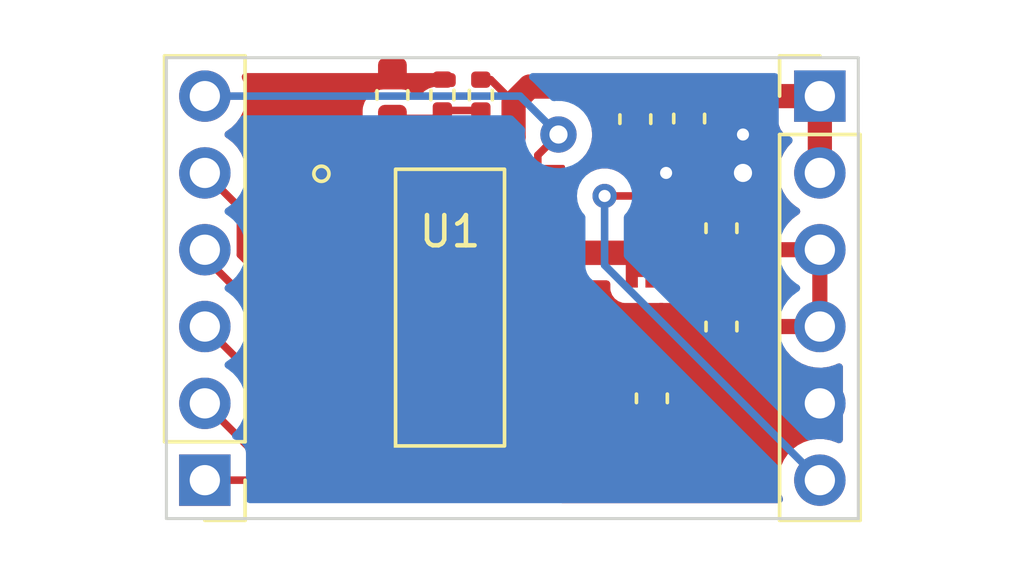
<source format=kicad_pcb>
(kicad_pcb (version 20211014) (generator pcbnew)
  (layers (0 "F.Cu" signal) (31 "B.Cu" signal) (34 "B.Paste" user) (35 "F.Paste" user) (36 "B.SilkS" user "B.Silkscreen") (37 "F.SilkS" user "F.Silkscreen") (38 "B.Mask" user) (39 "F.Mask" user) (44 "Edge.Cuts" user))
  (net 0 "")
  (net 1 "/SHTDWN")
  (net 2 "/GND")
  (net 3 "/VIN")
  (net 4 "/CT")
  (net 5 "/V_OUT")
  (net 6 "/B3")
  (net 7 "/B2")
  (net 8 "/B1")
  (net 9 "/B0")
  (net 10 "/IMAX")
  (net 11 "/V_TO_FET")
  (net 12 "/FAULT")
  (net 13 "/EN_FET")
  (footprint "Resistor_SMD:R_0402_1005Metric" (layer "F.Cu") (at 115.7986 109.1862 90)
    (fp_text reference "R2")
    (fp_text value "R_Small")
    (fp_line (start -0.153641 0.38) (end 0.153641 0.38) (layer "F.SilkS") (width 0.12))
    (fp_line (start -0.153641 -0.38) (end 0.153641 -0.38) (layer "F.SilkS") (width 0.12))
    (pad "1" smd roundrect locked (at -0.51 0 90) (size 0.54 0.64) (layers "F.Cu" "F.Paste" "F.Mask") (net 1 "/SHTDWN"))
    (pad "2" smd roundrect locked (at 0.51 0 90) (size 0.54 0.64) (layers "F.Cu" "F.Paste" "F.Mask") (net 3 "/VIN"))
  )
  (footprint "Capacitor_SMD:C_0603_1608Metric" (layer "F.Cu") (at 121.4504 119.2146 90)
    (fp_text reference "C3")
    (fp_text value "C_Small")
    (fp_line (start -0.14058 -0.51) (end 0.14058 -0.51) (layer "F.SilkS") (width 0.12))
    (fp_line (start -0.14058 0.51) (end 0.14058 0.51) (layer "F.SilkS") (width 0.12))
    (pad "1" smd roundrect locked (at -0.775 0 90) (size 0.9 0.95) (layers "F.Cu" "F.Paste" "F.Mask") (net 4 "/CT"))
    (pad "2" smd roundrect locked (at 0.775 0 90) (size 0.9 0.95) (layers "F.Cu" "F.Paste" "F.Mask") (net 2 "/GND"))
  )
  (footprint "Capacitor_SMD:C_0603_1608Metric" (layer "F.Cu") (at 112.8776 109.1822 90)
    (fp_text reference "C1")
    (fp_text value "C_Small")
    (fp_line (start -0.14058 -0.51) (end 0.14058 -0.51) (layer "F.SilkS") (width 0.12))
    (fp_line (start -0.14058 0.51) (end 0.14058 0.51) (layer "F.SilkS") (width 0.12))
    (pad "1" smd roundrect locked (at -0.775 0 90) (size 0.9 0.95) (layers "F.Cu" "F.Paste" "F.Mask") (net 1 "/SHTDWN"))
    (pad "2" smd roundrect locked (at 0.775 0 90) (size 0.9 0.95) (layers "F.Cu" "F.Paste" "F.Mask") (net 2 "/GND"))
  )
  (footprint "Connector_PinHeader_2.54mm:PinHeader_1x06_P2.54mm_Vertical" (layer "F.Cu") (at 127 109.22)
    (fp_text reference "J2")
    (fp_text value "Conn_01x06_Male")
    (fp_line (start -1.33 14.03) (end 1.33 14.03) (layer "F.SilkS") (width 0.12))
    (fp_line (start 1.33 1.27) (end 1.33 14.03) (layer "F.SilkS") (width 0.12))
    (fp_line (start -1.33 1.27) (end -1.33 14.03) (layer "F.SilkS") (width 0.12))
    (fp_line (start -1.33 -1.33) (end 0 -1.33) (layer "F.SilkS") (width 0.12))
    (fp_line (start -1.33 0) (end -1.33 -1.33) (layer "F.SilkS") (width 0.12))
    (fp_line (start -1.33 1.27) (end 1.33 1.27) (layer "F.SilkS") (width 0.12))
    (pad "1" thru_hole rect locked (at 0 0) (size 1.7 1.7) (drill 1) (layers *.Cu *.Mask) (net 3 "/VIN"))
    (pad "2" thru_hole oval locked (at 0 2.54) (size 1.7 1.7) (drill 1) (layers *.Cu *.Mask) (net 3 "/VIN"))
    (pad "3" thru_hole oval locked (at 0 5.08) (size 1.7 1.7) (drill 1) (layers *.Cu *.Mask) (net 5 "/V_OUT"))
    (pad "4" thru_hole oval locked (at 0 7.62) (size 1.7 1.7) (drill 1) (layers *.Cu *.Mask) (net 5 "/V_OUT"))
    (pad "5" thru_hole oval locked (at 0 10.16) (size 1.7 1.7) (drill 1) (layers *.Cu *.Mask) (net 2 "/GND"))
    (pad "6" thru_hole oval locked (at 0 12.7) (size 1.7 1.7) (drill 1) (layers *.Cu *.Mask) (net 13 "/EN_FET"))
  )
  (footprint "Capacitor_SMD:C_0603_1608Metric" (layer "F.Cu") (at 122.682 109.9618 -90)
    (fp_text reference "C2")
    (fp_text value "C_Small")
    (fp_line (start -0.14058 -0.51) (end 0.14058 -0.51) (layer "F.SilkS") (width 0.12))
    (fp_line (start -0.14058 0.51) (end 0.14058 0.51) (layer "F.SilkS") (width 0.12))
    (pad "1" smd roundrect locked (at -0.775 0 270) (size 0.9 0.95) (layers "F.Cu" "F.Paste" "F.Mask") (net 3 "/VIN"))
    (pad "2" smd roundrect locked (at 0.775 0 270) (size 0.9 0.95) (layers "F.Cu" "F.Paste" "F.Mask") (net 2 "/GND"))
  )
  (footprint "Capacitor_SMD:C_0603_1608Metric" (layer "F.Cu") (at 120.904 109.982 -90)
    (fp_text reference "C4")
    (fp_text value "C_Small")
    (fp_line (start -0.14058 0.51) (end 0.14058 0.51) (layer "F.SilkS") (width 0.12))
    (fp_line (start -0.14058 -0.51) (end 0.14058 -0.51) (layer "F.SilkS") (width 0.12))
    (pad "1" smd roundrect locked (at -0.775 0 270) (size 0.9 0.95) (layers "F.Cu" "F.Paste" "F.Mask") (net 3 "/VIN"))
    (pad "2" smd roundrect locked (at 0.775 0 270) (size 0.9 0.95) (layers "F.Cu" "F.Paste" "F.Mask") (net 2 "/GND"))
  )
  (footprint "HS2_Parts:UCC3912" (layer "F.Cu") (at 114.7816 116.2379)
    (fp_text reference "U1" (at 0 -2.54 unlocked) (layer "F.SilkS"))
    (fp_text value "UCC3912")
    (fp_rect (start -1.8 4.55) (end 1.8 -4.6) (layer "F.SilkS") (width 0.12) (fill none))
    (fp_circle (center -4.25 -4.45) (end -4 -4.45) (layer "F.SilkS") (width 0.12) (fill none))
    (pad "1" smd roundrect (at -2.9 -4.445) (size 1.8 0.6) (layers "F.Cu" "F.Paste") (roundrect_rratio 0.1111111111) (net 1 "/SHTDWN"))
    (pad "2" smd roundrect (at -2.9 -3.175) (size 1.8 0.6) (layers "F.Cu" "F.Paste") (roundrect_rratio 0.1111111111) (net 3 "/VIN"))
    (pad "3" smd roundrect (at -2.9 -1.905) (size 1.8 0.6) (layers "F.Cu" "F.Paste") (roundrect_rratio 0.1111111111) (net 3 "/VIN"))
    (pad "4" smd roundrect (at -2.9 -0.635) (size 1.8 0.6) (layers "F.Cu" "F.Paste") (roundrect_rratio 0.1111111111) (net 2 "/GND"))
    (pad "5" smd roundrect (at -2.9 0.635) (size 1.8 0.6) (layers "F.Cu" "F.Paste") (roundrect_rratio 0.1111111111) (net 2 "/GND"))
    (pad "6" smd roundrect (at -2.9 1.905) (size 1.8 0.6) (layers "F.Cu" "F.Paste") (roundrect_rratio 0.1111111111) (net 6 "/B3"))
    (pad "7" smd roundrect (at -2.9 3.175) (size 1.8 0.6) (layers "F.Cu" "F.Paste") (roundrect_rratio 0.1111111111) (net 7 "/B2"))
    (pad "8" smd roundrect (at -2.9 4.445) (size 1.8 0.6) (layers "F.Cu" "F.Paste") (roundrect_rratio 0.1111111111) (net 8 "/B1"))
    (pad "9" smd roundrect (at 2.9 4.445) (size 1.8 0.6) (layers "F.Cu" "F.Paste") (roundrect_rratio 0.1111111111) (net 9 "/B0"))
    (pad "10" smd roundrect (at 2.9 3.175) (size 1.8 0.6) (layers "F.Cu" "F.Paste") (roundrect_rratio 0.1111111111) (net 10 "/IMAX"))
    (pad "11" smd roundrect (at 2.9 1.905) (size 1.8 0.6) (layers "F.Cu" "F.Paste") (roundrect_rratio 0.1111111111) (net 4 "/CT"))
    (pad "12" smd roundrect (at 2.9 0.635) (size 1.8 0.6) (layers "F.Cu" "F.Paste") (roundrect_rratio 0.1111111111) (net 2 "/GND"))
    (pad "13" smd roundrect (at 2.9 -0.635) (size 1.8 0.6) (layers "F.Cu" "F.Paste") (roundrect_rratio 0.1111111111) (net 2 "/GND"))
    (pad "14" smd roundrect (at 2.9 -1.905) (size 1.8 0.6) (layers "F.Cu" "F.Paste") (roundrect_rratio 0.1111111111) (net 11 "/V_TO_FET"))
    (pad "15" smd roundrect (at 2.9 -3.175) (size 1.8 0.6) (layers "F.Cu" "F.Paste") (roundrect_rratio 0.1111111111) (net 11 "/V_TO_FET"))
    (pad "16" smd roundrect (at 2.9 -4.445) (size 1.8 0.6) (layers "F.Cu" "F.Paste") (roundrect_rratio 0.1111111111) (net 12 "/FAULT"))
  )
  (footprint "Connector_PinHeader_2.54mm:PinHeader_1x06_P2.54mm_Vertical" (layer "F.Cu") (at 106.68 121.92 180)
    (fp_text reference "J1")
    (fp_text value "Conn_01x06_Male")
    (fp_line (start -1.33 1.27) (end -1.33 14.03) (layer "F.SilkS") (width 0.12))
    (fp_line (start -1.33 14.03) (end 1.33 14.03) (layer "F.SilkS") (width 0.12))
    (fp_line (start -1.33 -1.33) (end 0 -1.33) (layer "F.SilkS") (width 0.12))
    (fp_line (start -1.33 1.27) (end 1.33 1.27) (layer "F.SilkS") (width 0.12))
    (fp_line (start -1.33 0) (end -1.33 -1.33) (layer "F.SilkS") (width 0.12))
    (fp_line (start 1.33 1.27) (end 1.33 14.03) (layer "F.SilkS") (width 0.12))
    (pad "1" thru_hole rect locked (at 0 0 180) (size 1.7 1.7) (drill 1) (layers *.Cu *.Mask) (net 10 "/IMAX"))
    (pad "2" thru_hole oval locked (at 0 2.54 180) (size 1.7 1.7) (drill 1) (layers *.Cu *.Mask) (net 9 "/B0"))
    (pad "3" thru_hole oval locked (at 0 5.08 180) (size 1.7 1.7) (drill 1) (layers *.Cu *.Mask) (net 8 "/B1"))
    (pad "4" thru_hole oval locked (at 0 7.62 180) (size 1.7 1.7) (drill 1) (layers *.Cu *.Mask) (net 7 "/B2"))
    (pad "5" thru_hole oval locked (at 0 10.16 180) (size 1.7 1.7) (drill 1) (layers *.Cu *.Mask) (net 6 "/B3"))
    (pad "6" thru_hole oval locked (at 0 12.7 180) (size 1.7 1.7) (drill 1) (layers *.Cu *.Mask) (net 12 "/FAULT"))
  )
  (footprint "Capacitor_SMD:C_0603_1608Metric" (layer "F.Cu") (at 123.7488 113.5888 90)
    (fp_text reference "C5")
    (fp_text value "C_Small")
    (fp_line (start -0.14058 0.51) (end 0.14058 0.51) (layer "F.SilkS") (width 0.12))
    (fp_line (start -0.14058 -0.51) (end 0.14058 -0.51) (layer "F.SilkS") (width 0.12))
    (pad "1" smd roundrect locked (at -0.775 0 90) (size 0.9 0.95) (layers "F.Cu" "F.Paste" "F.Mask") (net 5 "/V_OUT"))
    (pad "2" smd roundrect locked (at 0.775 0 90) (size 0.9 0.95) (layers "F.Cu" "F.Paste" "F.Mask") (net 2 "/GND"))
  )
  (footprint "Resistor_SMD:R_0402_1005Metric" (layer "F.Cu") (at 114.5286 109.1842 90)
    (fp_text reference "R1")
    (fp_text value "R_Small")
    (fp_line (start -0.153641 -0.38) (end 0.153641 -0.38) (layer "F.SilkS") (width 0.12))
    (fp_line (start -0.153641 0.38) (end 0.153641 0.38) (layer "F.SilkS") (width 0.12))
    (pad "1" smd roundrect locked (at -0.51 0 90) (size 0.54 0.64) (layers "F.Cu" "F.Paste" "F.Mask") (net 1 "/SHTDWN"))
    (pad "2" smd roundrect locked (at 0.51 0 90) (size 0.54 0.64) (layers "F.Cu" "F.Paste" "F.Mask") (net 2 "/GND"))
  )
  (footprint "HS2_Parts:U-DFN2020-6" (layer "F.Cu") (at 120.787 114.4016)
    (fp_text reference "U2" hide)
    (fp_text value "DMN3016LFDE" hide)
    (pad "1" smd rect locked (at 0.65 0) (size 0.4 2.3) (layers "F.Cu" "F.Paste" "F.Mask") (net 11 "/V_TO_FET"))
    (pad "1" smd rect locked (at 0 0) (size 0.4 2.3) (layers "F.Cu" "F.Paste" "F.Mask") (net 11 "/V_TO_FET"))
    (pad "1" smd rect locked (at 0.325 0) (size 0.4 1.6) (layers "F.Cu" "F.Paste" "F.Mask") (net 11 "/V_TO_FET"))
    (pad "2" smd rect locked (at 1.3 0.9) (size 0.4 0.5) (layers "F.Cu" "F.Paste" "F.Mask") (net 5 "/V_OUT"))
    (pad "2" smd rect locked (at 1.3 0) (size 0.285 0.92) (layers "F.Cu" "F.Paste" "F.Mask") (net 5 "/V_OUT"))
    (pad "3" smd rect locked (at 1.3 -0.9) (size 0.4 0.5) (layers "F.Cu" "F.Paste" "F.Mask") (net 13 "/EN_FET"))
  )
  (footprint "Capacitor_SMD:C_0603_1608Metric" (layer "F.Cu") (at 123.7488 116.84 -90)
    (fp_text reference "C6")
    (fp_text value "C_Small")
    (fp_line (start -0.14058 0.51) (end 0.14058 0.51) (layer "F.SilkS") (width 0.12))
    (fp_line (start -0.14058 -0.51) (end 0.14058 -0.51) (layer "F.SilkS") (width 0.12))
    (pad "1" smd roundrect locked (at -0.775 0 270) (size 0.9 0.95) (layers "F.Cu" "F.Paste" "F.Mask") (net 5 "/V_OUT"))
    (pad "2" smd roundrect locked (at 0.775 0 270) (size 0.9 0.95) (layers "F.Cu" "F.Paste" "F.Mask") (net 2 "/GND"))
  )
  (gr_line (start 105.41 107.95) (end 128.27 107.95) (layer "Edge.Cuts") (width 0.1))
  (gr_line (start 128.27 107.95) (end 128.27 123.19) (layer "Edge.Cuts") (width 0.1))
  (gr_line (start 105.41 123.19) (end 105.41 107.95) (layer "Edge.Cuts") (width 0.1))
  (gr_line (start 128.27 123.19) (end 105.41 123.19) (layer "Edge.Cuts") (width 0.1))
  (segment (start 112.8776 109.9572) (end 114.2656 109.9572) (width 0.25) (layer "F.Cu") (net 1))
  (segment (start 114.2656 109.9572) (end 114.5286 109.6942) (width 0.25) (layer "F.Cu") (net 1))
  (segment (start 115.7966 109.6942) (end 115.7986 109.6962) (width 0.25) (layer "F.Cu") (net 1))
  (segment (start 111.8816 110.9532) (end 112.8776 109.9572) (width 0.25) (layer "F.Cu") (net 1))
  (segment (start 111.8816 111.7929) (end 111.8816 110.9532) (width 0.25) (layer "F.Cu") (net 1))
  (segment (start 114.5286 109.6942) (end 115.7966 109.6942) (width 0.25) (layer "F.Cu") (net 1))
  (via (at 124.46 111.76) (size 1.2) (drill 0.6) (layers "F.Cu" "B.Cu") (net 2))
  (via (at 121.92 111.76) (size 0.8) (drill 0.4) (layers "F.Cu" "B.Cu") (net 2))
  (via (at 124.46 110.49) (size 0.8) (drill 0.4) (layers "F.Cu" "B.Cu") (net 2))
  (segment (start 113.1241 114.3329) (end 114.7445 112.7125) (width 0.8) (layer "F.Cu") (net 3))
  (segment (start 124.0464 109.22) (end 127 109.22) (width 0.8) (layer "F.Cu") (net 3))
  (segment (start 123.731489 108.905089) (end 124.0464 109.22) (width 0.8) (layer "F.Cu") (net 3))
  (segment (start 116.880689 109.433311) (end 117.408911 108.905089) (width 0.8) (layer "F.Cu") (net 3))
  (segment (start 114.3941 113.0629) (end 114.7445 112.7125) (width 0.25) (layer "F.Cu") (net 3))
  (segment (start 117.408911 108.905089) (end 123.731489 108.905089) (width 0.8) (layer "F.Cu") (net 3))
  (segment (start 111.8816 114.3329) (end 113.1241 114.3329) (width 0.8) (layer "F.Cu") (net 3))
  (segment (start 114.7445 112.7125) (end 116.880689 110.576311) (width 0.8) (layer "F.Cu") (net 3))
  (segment (start 111.8816 113.0629) (end 114.3941 113.0629) (width 0.8) (layer "F.Cu") (net 3))
  (segment (start 116.123578 108.6762) (end 116.880689 109.433311) (width 0.25) (layer "F.Cu") (net 3))
  (segment (start 115.7986 108.6762) (end 116.123578 108.6762) (width 0.25) (layer "F.Cu") (net 3))
  (segment (start 127 109.22) (end 127 111.76) (width 0.8) (layer "F.Cu") (net 3))
  (segment (start 116.880689 110.576311) (end 116.880689 109.433311) (width 0.8) (layer "F.Cu") (net 3))
  (segment (start 119.6037 118.1429) (end 121.4504 119.9896) (width 0.25) (layer "F.Cu") (net 4))
  (segment (start 117.6816 118.1429) (end 119.6037 118.1429) (width 0.25) (layer "F.Cu") (net 4))
  (segment (start 123.7488 114.3638) (end 123.8126 114.3) (width 0.5) (layer "F.Cu") (net 5))
  (segment (start 127 116.84) (end 127 114.3) (width 0.5) (layer "F.Cu") (net 5))
  (segment (start 123.7488 116.065) (end 123.7488 114.3638) (width 0.5) (layer "F.Cu") (net 5))
  (segment (start 122.087 115.3016) (end 122.9854 115.3016) (width 0.5) (layer "F.Cu") (net 5))
  (segment (start 123.8126 114.3) (end 127 114.3) (width 0.5) (layer "F.Cu") (net 5))
  (segment (start 124.5238 116.84) (end 127 116.84) (width 0.5) (layer "F.Cu") (net 5))
  (segment (start 123.711 114.4016) (end 123.7488 114.3638) (width 0.5) (layer "F.Cu") (net 5))
  (segment (start 123.7488 116.065) (end 124.5238 116.84) (width 0.5) (layer "F.Cu") (net 5))
  (segment (start 122.087 114.4016) (end 123.711 114.4016) (width 0.5) (layer "F.Cu") (net 5))
  (segment (start 122.9854 115.3016) (end 123.7488 116.065) (width 0.5) (layer "F.Cu") (net 5))
  (segment (start 107.854511 112.934511) (end 106.68 111.76) (width 0.25) (layer "F.Cu") (net 6))
  (segment (start 111.531713 118.1429) (end 107.854511 114.465698) (width 0.25) (layer "F.Cu") (net 6))
  (segment (start 111.8816 118.1429) (end 111.531713 118.1429) (width 0.25) (layer "F.Cu") (net 6))
  (segment (start 107.854511 114.465698) (end 107.854511 112.934511) (width 0.25) (layer "F.Cu") (net 6))
  (segment (start 111.8816 119.4129) (end 111.531713 119.4129) (width 0.25) (layer "F.Cu") (net 7))
  (segment (start 111.531713 119.4129) (end 106.68 114.561187) (width 0.25) (layer "F.Cu") (net 7))
  (segment (start 106.68 114.561187) (end 106.68 114.3) (width 0.25) (layer "F.Cu") (net 7))
  (segment (start 110.5229 120.6829) (end 106.68 116.84) (width 0.25) (layer "F.Cu") (net 8))
  (segment (start 111.8816 120.6829) (end 110.5229 120.6829) (width 0.25) (layer "F.Cu") (net 8))
  (segment (start 117.6816 120.6829) (end 117.05708 121.30742) (width 0.25) (layer "F.Cu") (net 9))
  (segment (start 108.60742 121.30742) (end 106.68 119.38) (width 0.25) (layer "F.Cu") (net 9))
  (segment (start 117.05708 121.30742) (end 108.60742 121.30742) (width 0.25) (layer "F.Cu") (net 9))
  (segment (start 117.6816 119.4129) (end 118.7186 119.4129) (width 0.25) (layer "F.Cu") (net 10))
  (segment (start 118.064387 121.92) (end 106.68 121.92) (width 0.25) (layer "F.Cu") (net 10))
  (segment (start 118.90612 119.60042) (end 118.90612 121.078267) (width 0.25) (layer "F.Cu") (net 10))
  (segment (start 118.90612 121.078267) (end 118.064387 121.92) (width 0.25) (layer "F.Cu") (net 10))
  (segment (start 118.7186 119.4129) (end 118.90612 119.60042) (width 0.25) (layer "F.Cu") (net 10))
  (segment (start 117.7503 114.4016) (end 121.112 114.4016) (width 0.8) (layer "F.Cu") (net 11))
  (segment (start 117.6816 113.0629) (end 119.0203 114.4016) (width 0.8) (layer "F.Cu") (net 11))
  (segment (start 117.6816 114.3329) (end 117.7503 114.4016) (width 0.25) (layer "F.Cu") (net 11))
  (segment (start 119.0203 114.4016) (end 121.112 114.4016) (width 0.8) (layer "F.Cu") (net 11))
  (segment (start 117.6816 111.1724) (end 117.6816 111.7929) (width 0.25) (layer "F.Cu") (net 12))
  (segment (start 118.364 110.49) (end 117.6816 111.1724) (width 0.25) (layer "F.Cu") (net 12))
  (via (at 118.364 110.49) (size 1.2) (drill 0.6) (layers "F.Cu" "B.Cu") (net 12))
  (segment (start 118.364 110.49) (end 117.094 109.22) (width 0.25) (layer "B.Cu") (net 12))
  (segment (start 117.094 109.22) (end 106.68 109.22) (width 0.25) (layer "B.Cu") (net 12))
  (segment (start 121.6074 112.522) (end 119.888 112.522) (width 0.25) (layer "F.Cu") (net 13))
  (segment (start 122.087 113.0016) (end 121.6074 112.522) (width 0.25) (layer "F.Cu") (net 13))
  (segment (start 122.087 113.5016) (end 122.087 113.0016) (width 0.25) (layer "F.Cu") (net 13))
  (via (at 119.888 112.522) (size 0.8) (drill 0.4) (layers "F.Cu" "B.Cu") (net 13))
  (segment (start 119.888 114.808) (end 127 121.92) (width 0.25) (layer "B.Cu") (net 13))
  (segment (start 119.888 112.522) (end 119.888 114.808) (width 0.25) (layer "B.Cu") (net 13))
  (zone (net 2) (net_name "/GND") (layers F&B.Cu) (connect_pads yes (clearance 0.508)) (min_thickness 0.254) (fill yes (thermal_gap 0.508) (thermal_bridge_width 0.508) (island_removal_mode 2) (island_area_min 50))
    (polygon (pts (xy 128.27 123.19) (xy 105.41 123.19) (xy 105.41 107.95) (xy 128.27 107.95)))
  )
)
</source>
